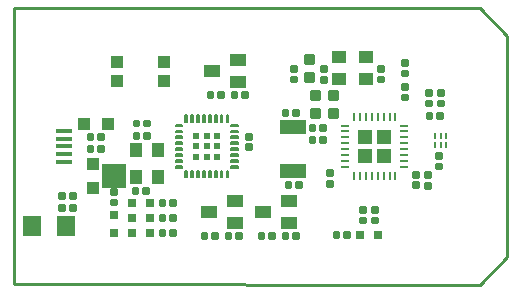
<source format=gtp>
G75*
G70*
%OFA0B0*%
%FSLAX24Y24*%
%IPPOS*%
%LPD*%
%AMOC8*
5,1,8,0,0,1.08239X$1,22.5*
%
%ADD10C,0.0100*%
%ADD11C,0.0125*%
%ADD12R,0.0394X0.0394*%
%ADD13R,0.0512X0.0512*%
%ADD14R,0.0315X0.0112*%
%ADD15R,0.0112X0.0315*%
%ADD16C,0.0088*%
%ADD17R,0.0866X0.0512*%
%ADD18R,0.0512X0.0413*%
%ADD19R,0.0630X0.0710*%
%ADD20C,0.0059*%
%ADD21R,0.0200X0.0200*%
%ADD22R,0.0413X0.0512*%
%ADD23R,0.0551X0.0394*%
%ADD24R,0.0315X0.0315*%
%ADD25R,0.0800X0.0800*%
%ADD26R,0.0098X0.0197*%
%ADD27R,0.0551X0.0138*%
D10*
X001820Y001850D02*
X017340Y001840D01*
X018270Y002770D01*
X018270Y010130D01*
X017350Y011050D01*
X001820Y011050D01*
X001820Y001850D01*
D11*
X003372Y004337D02*
X003498Y004337D01*
X003372Y004337D02*
X003372Y004463D01*
X003498Y004463D01*
X003498Y004337D01*
X003498Y004461D02*
X003372Y004461D01*
X003722Y004337D02*
X003848Y004337D01*
X003722Y004337D02*
X003722Y004463D01*
X003848Y004463D01*
X003848Y004337D01*
X003848Y004461D02*
X003722Y004461D01*
X003722Y004863D02*
X003848Y004863D01*
X003848Y004737D01*
X003722Y004737D01*
X003722Y004863D01*
X003722Y004861D02*
X003848Y004861D01*
X003498Y004863D02*
X003372Y004863D01*
X003498Y004863D02*
X003498Y004737D01*
X003372Y004737D01*
X003372Y004863D01*
X003372Y004861D02*
X003498Y004861D01*
X005087Y004862D02*
X005087Y004988D01*
X005213Y004988D01*
X005213Y004862D01*
X005087Y004862D01*
X005087Y004986D02*
X005213Y004986D01*
X005087Y004638D02*
X005087Y004512D01*
X005087Y004638D02*
X005213Y004638D01*
X005213Y004512D01*
X005087Y004512D01*
X005087Y004636D02*
X005213Y004636D01*
X005812Y005013D02*
X005938Y005013D01*
X005938Y004887D01*
X005812Y004887D01*
X005812Y005013D01*
X005812Y005011D02*
X005938Y005011D01*
X006162Y005013D02*
X006288Y005013D01*
X006288Y004887D01*
X006162Y004887D01*
X006162Y005013D01*
X006162Y005011D02*
X006288Y005011D01*
X006712Y004613D02*
X006838Y004613D01*
X006838Y004487D01*
X006712Y004487D01*
X006712Y004613D01*
X006712Y004611D02*
X006838Y004611D01*
X007062Y004613D02*
X007188Y004613D01*
X007188Y004487D01*
X007062Y004487D01*
X007062Y004613D01*
X007062Y004611D02*
X007188Y004611D01*
X007188Y004113D02*
X007062Y004113D01*
X007188Y004113D02*
X007188Y003987D01*
X007062Y003987D01*
X007062Y004113D01*
X007062Y004111D02*
X007188Y004111D01*
X006838Y004113D02*
X006712Y004113D01*
X006838Y004113D02*
X006838Y003987D01*
X006712Y003987D01*
X006712Y004113D01*
X006712Y004111D02*
X006838Y004111D01*
X006838Y003613D02*
X006712Y003613D01*
X006838Y003613D02*
X006838Y003487D01*
X006712Y003487D01*
X006712Y003613D01*
X006712Y003611D02*
X006838Y003611D01*
X007062Y003613D02*
X007188Y003613D01*
X007188Y003487D01*
X007062Y003487D01*
X007062Y003613D01*
X007062Y003611D02*
X007188Y003611D01*
X008112Y003513D02*
X008238Y003513D01*
X008238Y003387D01*
X008112Y003387D01*
X008112Y003513D01*
X008112Y003511D02*
X008238Y003511D01*
X008462Y003513D02*
X008588Y003513D01*
X008588Y003387D01*
X008462Y003387D01*
X008462Y003513D01*
X008462Y003511D02*
X008588Y003511D01*
X008912Y003513D02*
X009038Y003513D01*
X009038Y003387D01*
X008912Y003387D01*
X008912Y003513D01*
X008912Y003511D02*
X009038Y003511D01*
X009262Y003513D02*
X009388Y003513D01*
X009388Y003387D01*
X009262Y003387D01*
X009262Y003513D01*
X009262Y003511D02*
X009388Y003511D01*
X010012Y003513D02*
X010138Y003513D01*
X010138Y003387D01*
X010012Y003387D01*
X010012Y003513D01*
X010012Y003511D02*
X010138Y003511D01*
X010362Y003513D02*
X010488Y003513D01*
X010488Y003387D01*
X010362Y003387D01*
X010362Y003513D01*
X010362Y003511D02*
X010488Y003511D01*
X010812Y003513D02*
X010938Y003513D01*
X010938Y003387D01*
X010812Y003387D01*
X010812Y003513D01*
X010812Y003511D02*
X010938Y003511D01*
X011162Y003513D02*
X011288Y003513D01*
X011288Y003387D01*
X011162Y003387D01*
X011162Y003513D01*
X011162Y003511D02*
X011288Y003511D01*
X012512Y003563D02*
X012638Y003563D01*
X012638Y003437D01*
X012512Y003437D01*
X012512Y003563D01*
X012512Y003561D02*
X012638Y003561D01*
X012862Y003563D02*
X012988Y003563D01*
X012988Y003437D01*
X012862Y003437D01*
X012862Y003563D01*
X012862Y003561D02*
X012988Y003561D01*
X013513Y003912D02*
X013513Y004038D01*
X013513Y003912D02*
X013387Y003912D01*
X013387Y004038D01*
X013513Y004038D01*
X013513Y004036D02*
X013387Y004036D01*
X013513Y004262D02*
X013513Y004388D01*
X013513Y004262D02*
X013387Y004262D01*
X013387Y004388D01*
X013513Y004388D01*
X013513Y004386D02*
X013387Y004386D01*
X013913Y004388D02*
X013913Y004262D01*
X013787Y004262D01*
X013787Y004388D01*
X013913Y004388D01*
X013913Y004386D02*
X013787Y004386D01*
X013913Y004038D02*
X013913Y003912D01*
X013787Y003912D01*
X013787Y004038D01*
X013913Y004038D01*
X013913Y004036D02*
X013787Y004036D01*
X015273Y005082D02*
X015273Y005208D01*
X015273Y005082D02*
X015147Y005082D01*
X015147Y005208D01*
X015273Y005208D01*
X015273Y005206D02*
X015147Y005206D01*
X015273Y005432D02*
X015273Y005558D01*
X015273Y005432D02*
X015147Y005432D01*
X015147Y005558D01*
X015273Y005558D01*
X015273Y005556D02*
X015147Y005556D01*
X015683Y005548D02*
X015683Y005422D01*
X015557Y005422D01*
X015557Y005548D01*
X015683Y005548D01*
X015683Y005546D02*
X015557Y005546D01*
X016063Y005712D02*
X016063Y005838D01*
X016063Y005712D02*
X015937Y005712D01*
X015937Y005838D01*
X016063Y005838D01*
X016063Y005836D02*
X015937Y005836D01*
X016063Y006062D02*
X016063Y006188D01*
X016063Y006062D02*
X015937Y006062D01*
X015937Y006188D01*
X016063Y006188D01*
X016063Y006186D02*
X015937Y006186D01*
X015683Y005198D02*
X015683Y005072D01*
X015557Y005072D01*
X015557Y005198D01*
X015683Y005198D01*
X015683Y005196D02*
X015557Y005196D01*
X015612Y007508D02*
X015738Y007508D01*
X015738Y007382D01*
X015612Y007382D01*
X015612Y007508D01*
X015612Y007506D02*
X015738Y007506D01*
X015962Y007508D02*
X016088Y007508D01*
X016088Y007382D01*
X015962Y007382D01*
X015962Y007508D01*
X015962Y007506D02*
X016088Y007506D01*
X016113Y007807D02*
X016113Y007933D01*
X016113Y007807D02*
X015987Y007807D01*
X015987Y007933D01*
X016113Y007933D01*
X016113Y007931D02*
X015987Y007931D01*
X016113Y008157D02*
X016113Y008283D01*
X016113Y008157D02*
X015987Y008157D01*
X015987Y008283D01*
X016113Y008283D01*
X016113Y008281D02*
X015987Y008281D01*
X015587Y008288D02*
X015587Y008162D01*
X015587Y008288D02*
X015713Y008288D01*
X015713Y008162D01*
X015587Y008162D01*
X015587Y008286D02*
X015713Y008286D01*
X015587Y007938D02*
X015587Y007812D01*
X015587Y007938D02*
X015713Y007938D01*
X015713Y007812D01*
X015587Y007812D01*
X015587Y007936D02*
X015713Y007936D01*
X014913Y008012D02*
X014913Y008138D01*
X014913Y008012D02*
X014787Y008012D01*
X014787Y008138D01*
X014913Y008138D01*
X014913Y008136D02*
X014787Y008136D01*
X014913Y008362D02*
X014913Y008488D01*
X014913Y008362D02*
X014787Y008362D01*
X014787Y008488D01*
X014913Y008488D01*
X014913Y008486D02*
X014787Y008486D01*
X014913Y008812D02*
X014913Y008938D01*
X014913Y008812D02*
X014787Y008812D01*
X014787Y008938D01*
X014913Y008938D01*
X014913Y008936D02*
X014787Y008936D01*
X014913Y009162D02*
X014913Y009288D01*
X014913Y009162D02*
X014787Y009162D01*
X014787Y009288D01*
X014913Y009288D01*
X014913Y009286D02*
X014787Y009286D01*
X013987Y009088D02*
X013987Y008962D01*
X013987Y009088D02*
X014113Y009088D01*
X014113Y008962D01*
X013987Y008962D01*
X013987Y009086D02*
X014113Y009086D01*
X013987Y008738D02*
X013987Y008612D01*
X013987Y008738D02*
X014113Y008738D01*
X014113Y008612D01*
X013987Y008612D01*
X013987Y008736D02*
X014113Y008736D01*
X012213Y008728D02*
X012213Y008602D01*
X012087Y008602D01*
X012087Y008728D01*
X012213Y008728D01*
X012213Y008726D02*
X012087Y008726D01*
X012213Y008952D02*
X012213Y009078D01*
X012213Y008952D02*
X012087Y008952D01*
X012087Y009078D01*
X012213Y009078D01*
X012213Y009076D02*
X012087Y009076D01*
X011213Y009088D02*
X011213Y008962D01*
X011087Y008962D01*
X011087Y009088D01*
X011213Y009088D01*
X011213Y009086D02*
X011087Y009086D01*
X011213Y008738D02*
X011213Y008612D01*
X011087Y008612D01*
X011087Y008738D01*
X011213Y008738D01*
X011213Y008736D02*
X011087Y008736D01*
X009588Y008213D02*
X009462Y008213D01*
X009588Y008213D02*
X009588Y008087D01*
X009462Y008087D01*
X009462Y008213D01*
X009462Y008211D02*
X009588Y008211D01*
X009238Y008213D02*
X009112Y008213D01*
X009238Y008213D02*
X009238Y008087D01*
X009112Y008087D01*
X009112Y008213D01*
X009112Y008211D02*
X009238Y008211D01*
X008788Y008213D02*
X008662Y008213D01*
X008788Y008213D02*
X008788Y008087D01*
X008662Y008087D01*
X008662Y008213D01*
X008662Y008211D02*
X008788Y008211D01*
X008438Y008213D02*
X008312Y008213D01*
X008438Y008213D02*
X008438Y008087D01*
X008312Y008087D01*
X008312Y008213D01*
X008312Y008211D02*
X008438Y008211D01*
X009713Y006828D02*
X009713Y006702D01*
X009587Y006702D01*
X009587Y006828D01*
X009713Y006828D01*
X009713Y006826D02*
X009587Y006826D01*
X009713Y006478D02*
X009713Y006352D01*
X009587Y006352D01*
X009587Y006478D01*
X009713Y006478D01*
X009713Y006476D02*
X009587Y006476D01*
X010812Y007487D02*
X010938Y007487D01*
X010812Y007487D02*
X010812Y007613D01*
X010938Y007613D01*
X010938Y007487D01*
X010938Y007611D02*
X010812Y007611D01*
X011162Y007487D02*
X011288Y007487D01*
X011162Y007487D02*
X011162Y007613D01*
X011288Y007613D01*
X011288Y007487D01*
X011288Y007611D02*
X011162Y007611D01*
X011712Y007113D02*
X011838Y007113D01*
X011838Y006987D01*
X011712Y006987D01*
X011712Y007113D01*
X011712Y007111D02*
X011838Y007111D01*
X012062Y007113D02*
X012188Y007113D01*
X012188Y006987D01*
X012062Y006987D01*
X012062Y007113D01*
X012062Y007111D02*
X012188Y007111D01*
X012188Y006713D02*
X012062Y006713D01*
X012188Y006713D02*
X012188Y006587D01*
X012062Y006587D01*
X012062Y006713D01*
X012062Y006711D02*
X012188Y006711D01*
X011838Y006713D02*
X011712Y006713D01*
X011838Y006713D02*
X011838Y006587D01*
X011712Y006587D01*
X011712Y006713D01*
X011712Y006711D02*
X011838Y006711D01*
X012287Y005608D02*
X012287Y005482D01*
X012287Y005608D02*
X012413Y005608D01*
X012413Y005482D01*
X012287Y005482D01*
X012287Y005606D02*
X012413Y005606D01*
X012287Y005258D02*
X012287Y005132D01*
X012287Y005258D02*
X012413Y005258D01*
X012413Y005132D01*
X012287Y005132D01*
X012287Y005256D02*
X012413Y005256D01*
X011388Y005087D02*
X011262Y005087D01*
X011262Y005213D01*
X011388Y005213D01*
X011388Y005087D01*
X011388Y005211D02*
X011262Y005211D01*
X011038Y005087D02*
X010912Y005087D01*
X010912Y005213D01*
X011038Y005213D01*
X011038Y005087D01*
X011038Y005211D02*
X010912Y005211D01*
X006318Y006737D02*
X006192Y006737D01*
X006192Y006863D01*
X006318Y006863D01*
X006318Y006737D01*
X006318Y006861D02*
X006192Y006861D01*
X005968Y006737D02*
X005842Y006737D01*
X005842Y006863D01*
X005968Y006863D01*
X005968Y006737D01*
X005968Y006861D02*
X005842Y006861D01*
X005842Y007273D02*
X005968Y007273D01*
X005968Y007147D01*
X005842Y007147D01*
X005842Y007273D01*
X005842Y007271D02*
X005968Y007271D01*
X006192Y007273D02*
X006318Y007273D01*
X006318Y007147D01*
X006192Y007147D01*
X006192Y007273D01*
X006192Y007271D02*
X006318Y007271D01*
X004788Y006813D02*
X004662Y006813D01*
X004788Y006813D02*
X004788Y006687D01*
X004662Y006687D01*
X004662Y006813D01*
X004662Y006811D02*
X004788Y006811D01*
X004438Y006813D02*
X004312Y006813D01*
X004438Y006813D02*
X004438Y006687D01*
X004312Y006687D01*
X004312Y006813D01*
X004312Y006811D02*
X004438Y006811D01*
X004438Y006413D02*
X004312Y006413D01*
X004438Y006413D02*
X004438Y006287D01*
X004312Y006287D01*
X004312Y006413D01*
X004312Y006411D02*
X004438Y006411D01*
X004662Y006413D02*
X004788Y006413D01*
X004788Y006287D01*
X004662Y006287D01*
X004662Y006413D01*
X004662Y006411D02*
X004788Y006411D01*
D12*
X004450Y005844D03*
X004450Y005056D03*
X004156Y007200D03*
X004944Y007200D03*
X005263Y008635D03*
X005263Y009265D03*
X006837Y009265D03*
X006837Y008635D03*
D13*
X013535Y006765D03*
X014165Y006765D03*
X014165Y006135D03*
X013535Y006135D03*
D14*
X012866Y006155D03*
X012866Y005958D03*
X012866Y005761D03*
X012866Y006352D03*
X012866Y006548D03*
X012866Y006745D03*
X012866Y006942D03*
X012866Y007139D03*
X014834Y007139D03*
X014834Y006942D03*
X014834Y006745D03*
X014834Y006548D03*
X014834Y006352D03*
X014834Y006155D03*
X014834Y005958D03*
X014834Y005761D03*
D15*
X014539Y005466D03*
X014342Y005466D03*
X014145Y005466D03*
X013948Y005466D03*
X013752Y005466D03*
X013555Y005466D03*
X013358Y005466D03*
X013161Y005466D03*
X013161Y007434D03*
X013358Y007434D03*
X013555Y007434D03*
X013752Y007434D03*
X013948Y007434D03*
X014145Y007434D03*
X014342Y007434D03*
X014539Y007434D03*
D16*
X012581Y007681D02*
X012319Y007681D01*
X012581Y007681D02*
X012581Y007419D01*
X012319Y007419D01*
X012319Y007681D01*
X012319Y007506D02*
X012581Y007506D01*
X012581Y007593D02*
X012319Y007593D01*
X012319Y007680D02*
X012581Y007680D01*
X012581Y008281D02*
X012319Y008281D01*
X012581Y008281D02*
X012581Y008019D01*
X012319Y008019D01*
X012319Y008281D01*
X012319Y008106D02*
X012581Y008106D01*
X012581Y008193D02*
X012319Y008193D01*
X012319Y008280D02*
X012581Y008280D01*
X011981Y008281D02*
X011719Y008281D01*
X011981Y008281D02*
X011981Y008019D01*
X011719Y008019D01*
X011719Y008281D01*
X011719Y008106D02*
X011981Y008106D01*
X011981Y008193D02*
X011719Y008193D01*
X011719Y008280D02*
X011981Y008280D01*
X011781Y008619D02*
X011781Y008881D01*
X011781Y008619D02*
X011519Y008619D01*
X011519Y008881D01*
X011781Y008881D01*
X011781Y008706D02*
X011519Y008706D01*
X011519Y008793D02*
X011781Y008793D01*
X011781Y008880D02*
X011519Y008880D01*
X011781Y009219D02*
X011781Y009481D01*
X011781Y009219D02*
X011519Y009219D01*
X011519Y009481D01*
X011781Y009481D01*
X011781Y009306D02*
X011519Y009306D01*
X011519Y009393D02*
X011781Y009393D01*
X011781Y009480D02*
X011519Y009480D01*
X011719Y007681D02*
X011981Y007681D01*
X011981Y007419D01*
X011719Y007419D01*
X011719Y007681D01*
X011719Y007506D02*
X011981Y007506D01*
X011981Y007593D02*
X011719Y007593D01*
X011719Y007680D02*
X011981Y007680D01*
D17*
X011120Y007078D03*
X011120Y005622D03*
D18*
X012657Y008686D03*
X012657Y009414D03*
X013563Y009414D03*
X013563Y008686D03*
D19*
X003550Y003800D03*
X002430Y003800D03*
D20*
X007216Y005731D02*
X007434Y005731D01*
X007216Y005731D02*
X007216Y005791D01*
X007434Y005791D01*
X007434Y005731D01*
X007434Y005789D02*
X007216Y005789D01*
X007216Y005928D02*
X007434Y005928D01*
X007216Y005928D02*
X007216Y005988D01*
X007434Y005988D01*
X007434Y005928D01*
X007434Y005986D02*
X007216Y005986D01*
X007216Y006125D02*
X007434Y006125D01*
X007216Y006125D02*
X007216Y006185D01*
X007434Y006185D01*
X007434Y006125D01*
X007434Y006183D02*
X007216Y006183D01*
X007216Y006322D02*
X007434Y006322D01*
X007216Y006322D02*
X007216Y006382D01*
X007434Y006382D01*
X007434Y006322D01*
X007434Y006380D02*
X007216Y006380D01*
X007216Y006518D02*
X007434Y006518D01*
X007216Y006518D02*
X007216Y006578D01*
X007434Y006578D01*
X007434Y006518D01*
X007434Y006576D02*
X007216Y006576D01*
X007216Y006715D02*
X007434Y006715D01*
X007216Y006715D02*
X007216Y006775D01*
X007434Y006775D01*
X007434Y006715D01*
X007434Y006773D02*
X007216Y006773D01*
X007216Y006912D02*
X007434Y006912D01*
X007216Y006912D02*
X007216Y006972D01*
X007434Y006972D01*
X007434Y006912D01*
X007434Y006970D02*
X007216Y006970D01*
X007216Y007109D02*
X007434Y007109D01*
X007216Y007109D02*
X007216Y007169D01*
X007434Y007169D01*
X007434Y007109D01*
X007434Y007167D02*
X007216Y007167D01*
X007531Y007266D02*
X007591Y007266D01*
X007531Y007266D02*
X007531Y007484D01*
X007591Y007484D01*
X007591Y007266D01*
X007591Y007324D02*
X007531Y007324D01*
X007531Y007382D02*
X007591Y007382D01*
X007591Y007440D02*
X007531Y007440D01*
X007728Y007266D02*
X007788Y007266D01*
X007728Y007266D02*
X007728Y007484D01*
X007788Y007484D01*
X007788Y007266D01*
X007788Y007324D02*
X007728Y007324D01*
X007728Y007382D02*
X007788Y007382D01*
X007788Y007440D02*
X007728Y007440D01*
X007925Y007266D02*
X007985Y007266D01*
X007925Y007266D02*
X007925Y007484D01*
X007985Y007484D01*
X007985Y007266D01*
X007985Y007324D02*
X007925Y007324D01*
X007925Y007382D02*
X007985Y007382D01*
X007985Y007440D02*
X007925Y007440D01*
X008122Y007266D02*
X008182Y007266D01*
X008122Y007266D02*
X008122Y007484D01*
X008182Y007484D01*
X008182Y007266D01*
X008182Y007324D02*
X008122Y007324D01*
X008122Y007382D02*
X008182Y007382D01*
X008182Y007440D02*
X008122Y007440D01*
X008318Y007266D02*
X008378Y007266D01*
X008318Y007266D02*
X008318Y007484D01*
X008378Y007484D01*
X008378Y007266D01*
X008378Y007324D02*
X008318Y007324D01*
X008318Y007382D02*
X008378Y007382D01*
X008378Y007440D02*
X008318Y007440D01*
X008515Y007266D02*
X008575Y007266D01*
X008515Y007266D02*
X008515Y007484D01*
X008575Y007484D01*
X008575Y007266D01*
X008575Y007324D02*
X008515Y007324D01*
X008515Y007382D02*
X008575Y007382D01*
X008575Y007440D02*
X008515Y007440D01*
X008712Y007266D02*
X008772Y007266D01*
X008712Y007266D02*
X008712Y007484D01*
X008772Y007484D01*
X008772Y007266D01*
X008772Y007324D02*
X008712Y007324D01*
X008712Y007382D02*
X008772Y007382D01*
X008772Y007440D02*
X008712Y007440D01*
X008909Y007266D02*
X008969Y007266D01*
X008909Y007266D02*
X008909Y007484D01*
X008969Y007484D01*
X008969Y007266D01*
X008969Y007324D02*
X008909Y007324D01*
X008909Y007382D02*
X008969Y007382D01*
X008969Y007440D02*
X008909Y007440D01*
X009066Y007109D02*
X009284Y007109D01*
X009066Y007109D02*
X009066Y007169D01*
X009284Y007169D01*
X009284Y007109D01*
X009284Y007167D02*
X009066Y007167D01*
X009066Y006912D02*
X009284Y006912D01*
X009066Y006912D02*
X009066Y006972D01*
X009284Y006972D01*
X009284Y006912D01*
X009284Y006970D02*
X009066Y006970D01*
X009066Y006715D02*
X009284Y006715D01*
X009066Y006715D02*
X009066Y006775D01*
X009284Y006775D01*
X009284Y006715D01*
X009284Y006773D02*
X009066Y006773D01*
X009066Y006518D02*
X009284Y006518D01*
X009066Y006518D02*
X009066Y006578D01*
X009284Y006578D01*
X009284Y006518D01*
X009284Y006576D02*
X009066Y006576D01*
X009066Y006322D02*
X009284Y006322D01*
X009066Y006322D02*
X009066Y006382D01*
X009284Y006382D01*
X009284Y006322D01*
X009284Y006380D02*
X009066Y006380D01*
X009066Y006125D02*
X009284Y006125D01*
X009066Y006125D02*
X009066Y006185D01*
X009284Y006185D01*
X009284Y006125D01*
X009284Y006183D02*
X009066Y006183D01*
X009066Y005928D02*
X009284Y005928D01*
X009066Y005928D02*
X009066Y005988D01*
X009284Y005988D01*
X009284Y005928D01*
X009284Y005986D02*
X009066Y005986D01*
X009066Y005731D02*
X009284Y005731D01*
X009066Y005731D02*
X009066Y005791D01*
X009284Y005791D01*
X009284Y005731D01*
X009284Y005789D02*
X009066Y005789D01*
X008969Y005416D02*
X008909Y005416D01*
X008909Y005634D01*
X008969Y005634D01*
X008969Y005416D01*
X008969Y005474D02*
X008909Y005474D01*
X008909Y005532D02*
X008969Y005532D01*
X008969Y005590D02*
X008909Y005590D01*
X008772Y005416D02*
X008712Y005416D01*
X008712Y005634D01*
X008772Y005634D01*
X008772Y005416D01*
X008772Y005474D02*
X008712Y005474D01*
X008712Y005532D02*
X008772Y005532D01*
X008772Y005590D02*
X008712Y005590D01*
X008575Y005416D02*
X008515Y005416D01*
X008515Y005634D01*
X008575Y005634D01*
X008575Y005416D01*
X008575Y005474D02*
X008515Y005474D01*
X008515Y005532D02*
X008575Y005532D01*
X008575Y005590D02*
X008515Y005590D01*
X008378Y005416D02*
X008318Y005416D01*
X008318Y005634D01*
X008378Y005634D01*
X008378Y005416D01*
X008378Y005474D02*
X008318Y005474D01*
X008318Y005532D02*
X008378Y005532D01*
X008378Y005590D02*
X008318Y005590D01*
X008182Y005416D02*
X008122Y005416D01*
X008122Y005634D01*
X008182Y005634D01*
X008182Y005416D01*
X008182Y005474D02*
X008122Y005474D01*
X008122Y005532D02*
X008182Y005532D01*
X008182Y005590D02*
X008122Y005590D01*
X007985Y005416D02*
X007925Y005416D01*
X007925Y005634D01*
X007985Y005634D01*
X007985Y005416D01*
X007985Y005474D02*
X007925Y005474D01*
X007925Y005532D02*
X007985Y005532D01*
X007985Y005590D02*
X007925Y005590D01*
X007788Y005416D02*
X007728Y005416D01*
X007728Y005634D01*
X007788Y005634D01*
X007788Y005416D01*
X007788Y005474D02*
X007728Y005474D01*
X007728Y005532D02*
X007788Y005532D01*
X007788Y005590D02*
X007728Y005590D01*
X007591Y005416D02*
X007531Y005416D01*
X007531Y005634D01*
X007591Y005634D01*
X007591Y005416D01*
X007591Y005474D02*
X007531Y005474D01*
X007531Y005532D02*
X007591Y005532D01*
X007591Y005590D02*
X007531Y005590D01*
D21*
X007900Y006100D03*
X008250Y006100D03*
X008600Y006100D03*
X008600Y006450D03*
X008600Y006800D03*
X008250Y006800D03*
X008250Y006450D03*
X007900Y006450D03*
X007900Y006800D03*
D22*
X006614Y006333D03*
X005886Y006333D03*
X005886Y005427D03*
X006614Y005427D03*
D23*
X008317Y004250D03*
X009183Y003876D03*
X009183Y004624D03*
X010117Y004250D03*
X010983Y003876D03*
X010983Y004624D03*
X009283Y008576D03*
X008417Y008950D03*
X009283Y009324D03*
D24*
X006345Y004550D03*
X005755Y004550D03*
X005150Y004145D03*
X005755Y004050D03*
X006345Y004050D03*
X006345Y003550D03*
X005755Y003550D03*
X005150Y003555D03*
X013355Y003500D03*
X013945Y003500D03*
D25*
X005150Y005450D03*
D26*
X015846Y006490D03*
X016043Y006490D03*
X016239Y006490D03*
X016239Y006805D03*
X016043Y006805D03*
X015846Y006805D03*
D27*
X003493Y006706D03*
X003493Y006450D03*
X003493Y006194D03*
X003493Y005938D03*
X003493Y006962D03*
M02*

</source>
